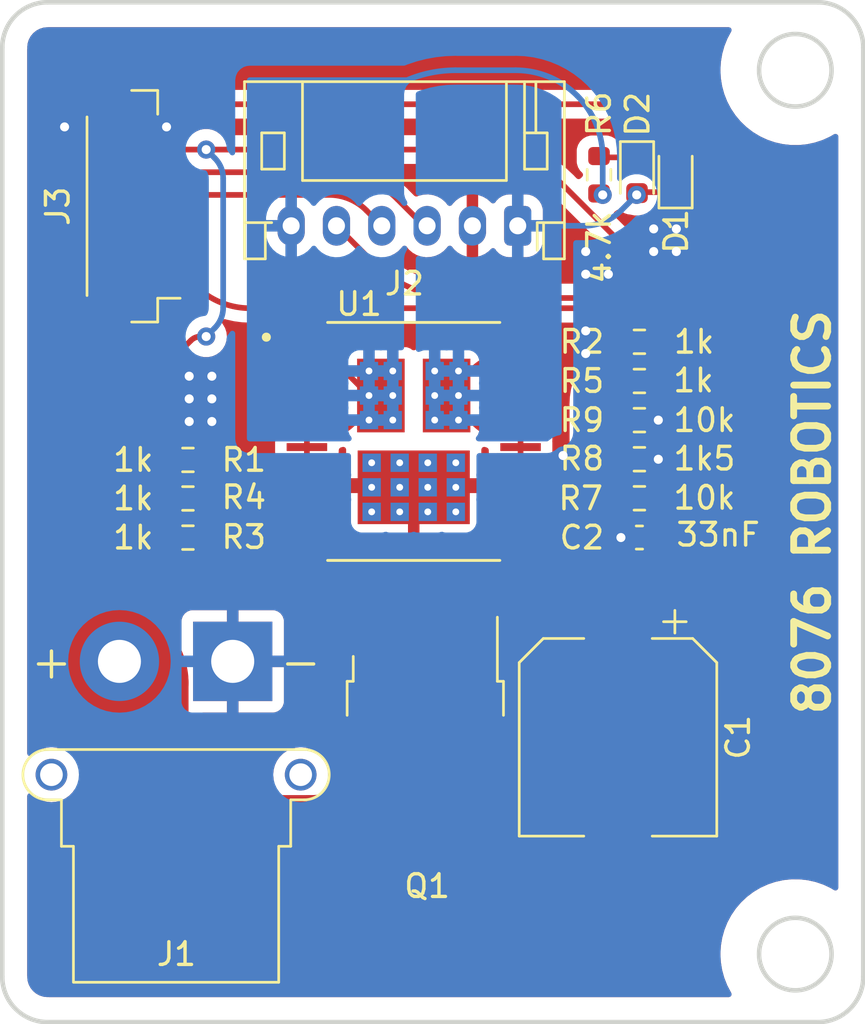
<source format=kicad_pcb>
(kicad_pcb (version 20211014) (generator pcbnew)
  (title_block (title "VNH5050A breakout board pcb drawing") (date "2023-01-29") (rev "1.1") (company "8076 Robotics"))
  (layers (0 "F.Cu" signal) (31 "B.Cu" signal) (34 "B.Paste" user) (35 "F.Paste" user) (36 "B.SilkS" user "B.Silkscreen") (37 "F.SilkS" user "F.Silkscreen") (38 "B.Mask" user) (39 "F.Mask" user) (44 "Edge.Cuts" user))
  (net 0 "")
  (net 1 "Net-(C1-Pad1)")
  (net 2 "GND")
  (net 3 "/CS")
  (net 4 "/OUTB")
  (net 5 "Net-(D1-Pad2)")
  (net 6 "+12V")
  (net 7 "/C2")
  (net 8 "/C1")
  (net 9 "+3V3")
  (net 10 "/OUTA")
  (net 11 "/INA")
  (net 12 "/INB")
  (net 13 "/PWM")
  (net 14 "Net-(R1-Pad2)")
  (net 15 "Net-(R2-Pad2)")
  (net 16 "Net-(R3-Pad2)")
  (net 17 "Net-(R4-Pad1)")
  (net 18 "Net-(R5-Pad1)")
  (net 19 "Net-(R7-Pad2)")
  (net 20 "Net-(R9-Pad1)")
  (footprint "Resistor_SMD:R_0603_1608Metric" (layer "F.Cu") (at 120.3707 106.16435 180)
    (fp_text reference "R8" (at 2.54 0.0254) (layer "F.SilkS"))
    (fp_text value "1k5" (at -2.8702 0.0254) (layer "F.SilkS"))
    (fp_line (start -0.237258 0.5225) (end 0.237258 0.5225) (layer "F.SilkS") (width 0.12))
    (fp_line (start -0.237258 -0.5225) (end 0.237258 -0.5225) (layer "F.SilkS") (width 0.12))
    (pad "1" smd roundrect (at -0.825 0 180) (size 0.8 0.95) (layers "F.Cu" "F.Paste" "F.Mask") (net 2 "GND"))
    (pad "2" smd roundrect (at 0.825 0 180) (size 0.8 0.95) (layers "F.Cu" "F.Paste" "F.Mask") (net 19 "Net-(R7-Pad2)"))
  )
  (footprint "Connector_JST:JST_PH_S6B-PH-K_1x06_P2.00mm_Horizontal" (layer "F.Cu") (at 115 95.86375 180)
    (fp_text reference "J2" (at 5 -2.55) (layer "F.SilkS"))
    (fp_text value "PH2.0 6P" hide)
    (fp_line (start -1.3 4.1) (end -0.3 4.1) (layer "F.SilkS") (width 0.12))
    (fp_line (start -1.14 -1.46) (end -2.06 -1.46) (layer "F.SilkS") (width 0.12))
    (fp_line (start -0.3 4.1) (end -0.3 2.5) (layer "F.SilkS") (width 0.12))
    (fp_line (start -2.06 6.36) (end 12.06 6.36) (layer "F.SilkS") (width 0.12))
    (fp_line (start 11.3 4.1) (end 10.3 4.1) (layer "F.SilkS") (width 0.12))
    (fp_line (start 10.3 4.1) (end 10.3 2.5) (layer "F.SilkS") (width 0.12))
    (fp_line (start -1.3 2.5) (end -1.3 4.1) (layer "F.SilkS") (width 0.12))
    (fp_line (start -0.86 0.14) (end -1.14 0.14) (layer "F.SilkS") (width 0.12))
    (fp_line (start 9.5 2) (end 9.5 6.36) (layer "F.SilkS") (width 0.12))
    (fp_line (start 11.3 2.5) (end 11.3 4.1) (layer "F.SilkS") (width 0.12))
    (fp_line (start -0.3 2.5) (end -1.3 2.5) (layer "F.SilkS") (width 0.12))
    (fp_line (start -2.06 0.14) (end -1.14 0.14) (layer "F.SilkS") (width 0.12))
    (fp_line (start -0.3 4.1) (end -0.3 6.36) (layer "F.SilkS") (width 0.12))
    (fp_line (start -2.06 -1.46) (end -2.06 6.36) (layer "F.SilkS") (width 0.12))
    (fp_line (start -0.8 4.1) (end -0.8 6.36) (layer "F.SilkS") (width 0.12))
    (fp_line (start 12.06 -1.46) (end 11.14 -1.46) (layer "F.SilkS") (width 0.12))
    (fp_line (start 0.5 6.36) (end 0.5 2) (layer "F.SilkS") (width 0.12))
    (fp_line (start 11.14 -1.46) (end 11.14 0.14) (layer "F.SilkS") (width 0.12))
    (fp_line (start 10.3 2.5) (end 11.3 2.5) (layer "F.SilkS") (width 0.12))
    (fp_line (start 12.06 6.36) (end 12.06 -1.46) (layer "F.SilkS") (width 0.12))
    (fp_line (start -0.86 0.14) (end -0.86 -1.075) (layer "F.SilkS") (width 0.12))
    (fp_line (start -1.14 0.14) (end -1.14 -1.46) (layer "F.SilkS") (width 0.12))
    (fp_line (start 12.06 0.14) (end 11.14 0.14) (layer "F.SilkS") (width 0.12))
    (fp_line (start 11.14 0.14) (end 10.86 0.14) (layer "F.SilkS") (width 0.12))
    (fp_line (start 0.5 2) (end 9.5 2) (layer "F.SilkS") (width 0.12))
    (pad "1" thru_hole roundrect locked (at 0 0 180) (size 1.2 1.75) (drill 0.75) (layers *.Cu *.Mask) (roundrect_rratio 0.2083333333) (net 4 "/OUTB"))
    (pad "2" thru_hole oval locked (at 2 0 180) (size 1.2 1.75) (drill 0.75) (layers *.Cu *.Mask) (net 2 "GND"))
    (pad "3" thru_hole oval locked (at 4 0 180) (size 1.2 1.75) (drill 0.75) (layers *.Cu *.Mask) (net 7 "/C2"))
    (pad "4" thru_hole oval locked (at 6 0 180) (size 1.2 1.75) (drill 0.75) (layers *.Cu *.Mask) (net 8 "/C1"))
    (pad "5" thru_hole oval locked (at 8 0 180) (size 1.2 1.75) (drill 0.75) (layers *.Cu *.Mask) (net 9 "+3V3"))
    (pad "6" thru_hole oval locked (at 10 0 180) (size 1.2 1.75) (drill 0.75) (layers *.Cu *.Mask) (net 10 "/OUTA"))
  )
  (footprint "Diode_SMD:D_0603_1608Metric" (layer "F.Cu") (at 120.2639 93.63255 -90)
    (fp_text reference "D2" (at -2.6924 -0.0254 90) (layer "F.SilkS"))
    (fp_text value "GREEN")
    (fp_line (start 0.8 -0.735) (end -1.485 -0.735) (layer "F.SilkS") (width 0.12))
    (fp_line (start -1.485 -0.735) (end -1.485 0.735) (layer "F.SilkS") (width 0.12))
    (fp_line (start -1.485 0.735) (end 0.8 0.735) (layer "F.SilkS") (width 0.12))
    (pad "1" smd roundrect locked (at -0.7875 0 270) (size 0.875 0.95) (layers "F.Cu" "F.Paste" "F.Mask") (net 5 "Net-(D1-Pad2)"))
    (pad "2" smd roundrect locked (at 0.7875 0 270) (size 0.875 0.95) (layers "F.Cu" "F.Paste" "F.Mask") (net 4 "/OUTB"))
  )
  (footprint "Resistor_SMD:R_0603_1608Metric" (layer "F.Cu") (at 100.4457 107.89595 180)
    (fp_text reference "R4" (at -2.4638 0.0508) (layer "F.SilkS"))
    (fp_text value "1k" (at 2.413 0) (layer "F.SilkS"))
    (fp_line (start -0.237258 -0.5225) (end 0.237258 -0.5225) (layer "F.SilkS") (width 0.12))
    (fp_line (start -0.237258 0.5225) (end 0.237258 0.5225) (layer "F.SilkS") (width 0.12))
    (pad "1" smd roundrect locked (at -0.825 0 180) (size 0.8 0.95) (layers "F.Cu" "F.Paste" "F.Mask") (net 17 "Net-(R4-Pad1)"))
    (pad "2" smd roundrect locked (at 0.825 0 180) (size 0.8 0.95) (layers "F.Cu" "F.Paste" "F.Mask") (net 9 "+3V3"))
  )
  (footprint "VNH5050A-E:SOP50P1030X247-39N" (layer "F.Cu") (at 110.41 105.37815)
    (fp_text reference "U1" (at -2.415 -6.062) (layer "F.SilkS"))
    (fp_text value "VNH5050A-E")
    (fp_line (start -3.8 5.25) (end 3.8 5.25) (layer "F.SilkS") (width 0.127))
    (fp_line (start -3.8 -5.25) (end 3.8 -5.25) (layer "F.SilkS") (width 0.127))
    (fp_circle (center -6.505 -4.6) (end -6.405 -4.6) (layer "F.SilkS") (width 0.2) (fill none))
    (pad "1" smd roundrect locked (at -4.715 -4.25) (size 1.79 0.35) (layers "F.Cu" "F.Paste" "F.Mask") (roundrect_rratio 0.04) (net 2 "GND"))
    (pad "2" smd roundrect locked (at -4.715 -3.75) (size 1.79 0.35) (layers "F.Cu" "F.Paste" "F.Mask") (roundrect_rratio 0.04) (net 10 "/OUTA"))
    (pad "3" smd roundrect locked (at -4.715 -3.25) (size 1.79 0.35) (layers "F.Cu" "F.Paste" "F.Mask") (roundrect_rratio 0.04) (net 2 "GND"))
    (pad "4" smd roundrect locked (at -4.715 -2.75) (size 1.79 0.35) (layers "F.Cu" "F.Paste" "F.Mask") (roundrect_rratio 0.04) (net 2 "GND"))
    (pad "5" smd roundrect locked (at -4.715 -2.25) (size 1.79 0.35) (layers "F.Cu" "F.Paste" "F.Mask") (roundrect_rratio 0.04) (net 2 "GND"))
    (pad "6" smd roundrect locked (at -4.715 -1.75) (size 1.79 0.35) (layers "F.Cu" "F.Paste" "F.Mask") (roundrect_rratio 0.04) (net 2 "GND"))
    (pad "7" smd roundrect locked (at -4.715 -1.25) (size 1.79 0.35) (layers "F.Cu" "F.Paste" "F.Mask") (roundrect_rratio 0.04) (net 2 "GND"))
    (pad "8" smd roundrect locked (at -4.715 -0.75) (size 1.79 0.35) (layers "F.Cu" "F.Paste" "F.Mask") (roundrect_rratio 0.04) (net 10 "/OUTA"))
    (pad "9" smd roundrect locked (at -4.715 -0.25) (size 1.79 0.35) (layers "F.Cu" "F.Paste" "F.Mask") (roundrect_rratio 0.04) (net 10 "/OUTA"))
    (pad "10" smd roundrect locked (at -4.715 0.25) (size 1.79 0.35) (layers "F.Cu" "F.Paste" "F.Mask") (roundrect_rratio 0.04) (net 10 "/OUTA"))
    (pad "11" smd roundrect locked (at -4.715 0.75) (size 1.79 0.35) (layers "F.Cu" "F.Paste" "F.Mask") (roundrect_rratio 0.04) (net 10 "/OUTA"))
    (pad "12" smd roundrect locked (at -4.715 1.25) (size 1.79 0.35) (layers "F.Cu" "F.Paste" "F.Mask") (roundrect_rratio 0.04) (net 10 "/OUTA"))
    (pad "13" smd roundrect locked (at -4.715 1.75) (size 1.79 0.35) (layers "F.Cu" "F.Paste" "F.Mask") (roundrect_rratio 0.04) (net 1 "Net-(C1-Pad1)"))
    (pad "14" smd roundrect locked (at -4.715 2.25) (size 1.79 0.35) (layers "F.Cu" "F.Paste" "F.Mask") (roundrect_rratio 0.04) (net 10 "/OUTA"))
    (pad "15" smd roundrect locked (at -4.715 2.75) (size 1.79 0.35) (layers "F.Cu" "F.Paste" "F.Mask") (roundrect_rratio 0.04) (net 14 "Net-(R1-Pad2)"))
    (pad "16" smd roundrect locked (at -4.715 3.25) (size 1.79 0.35) (layers "F.Cu" "F.Paste" "F.Mask") (roundrect_rratio 0.04) (net 17 "Net-(R4-Pad1)"))
    (pad "17" smd roundrect locked (at -4.715 3.75) (size 1.79 0.35) (layers "F.Cu" "F.Paste" "F.Mask") (roundrect_rratio 0.04) (net 16 "Net-(R3-Pad2)"))
    (pad "18" smd roundrect locked (at -4.715 4.25) (size 1.79 0.35) (layers "F.Cu" "F.Paste" "F.Mask") (roundrect_rratio 0.04))
    (pad "19" smd roundrect locked (at 4.715 4.25) (size 1.79 0.35) (layers "F.Cu" "F.Paste" "F.Mask") (roundrect_rratio 0.04) (net 19 "Net-(R7-Pad2)"))
    (pad "20" smd roundrect locked (at 4.715 3.75) (size 1.79 0.35) (layers "F.Cu" "F.Paste" "F.Mask") (roundrect_rratio 0.04) (net 20 "Net-(R9-Pad1)"))
    (pad "21" smd roundrect locked (at 4.715 3.25) (size 1.79 0.35) (layers "F.Cu" "F.Paste" "F.Mask") (roundrect_rratio 0.04) (net 18 "Net-(R5-Pad1)"))
    (pad "22" smd roundrect locked (at 4.715 2.75) (size 1.79 0.35) (layers "F.Cu" "F.Paste" "F.Mask") (roundrect_rratio 0.04) (net 15 "Net-(R2-Pad2)"))
    (pad "23" smd roundrect locked (at 4.715 2.25) (size 1.79 0.35) (layers "F.Cu" "F.Paste" "F.Mask") (roundrect_rratio 0.04) (net 4 "/OUTB"))
    (pad "24" smd roundrect locked (at 4.715 1.75) (size 1.79 0.35) (layers "F.Cu" "F.Paste" "F.Mask") (roundrect_rratio 0.04) (net 1 "Net-(C1-Pad1)"))
    (pad "25" smd roundrect locked (at 4.715 1.25) (size 1.79 0.35) (layers "F.Cu" "F.Paste" "F.Mask") (roundrect_rratio 0.04) (net 4 "/OUTB"))
    (pad "26" smd roundrect locked (at 4.715 0.75) (size 1.79 0.35) (layers "F.Cu" "F.Paste" "F.Mask") (roundrect_rratio 0.04) (net 4 "/OUTB"))
    (pad "27" smd roundrect locked (at 4.715 0.25) (size 1.79 0.35) (layers "F.Cu" "F.Paste" "F.Mask") (roundrect_rratio 0.04) (net 4 "/OUTB"))
    (pad "28" smd roundrect locked (at 4.715 -0.25) (size 1.79 0.35) (layers "F.Cu" "F.Paste" "F.Mask") (roundrect_rratio 0.04) (net 4 "/OUTB"))
    (pad "29" smd roundrect locked (at 4.715 -0.75) (size 1.79 0.35) (layers "F.Cu" "F.Paste" "F.Mask") (roundrect_rratio 0.04) (net 4 "/OUTB"))
    (pad "30" smd roundrect locked (at 4.715 -1.25) (size 1.79 0.35) (layers "F.Cu" "F.Paste" "F.Mask") (roundrect_rratio 0.04) (net 2 "GND"))
    (pad "31" smd roundrect locked (at 4.715 -1.75) (size 1.79 0.35) (layers "F.Cu" "F.Paste" "F.Mask") (roundrect_rratio 0.04) (net 2 "GND"))
    (pad "32" smd roundrect locked (at 4.715 -2.25) (size 1.79 0.35) (layers "F.Cu" "F.Paste" "F.Mask") (roundrect_rratio 0.04) (net 2 "GND"))
    (pad "33" smd roundrect locked (at 4.715 -2.75) (size 1.79 0.35) (layers "F.Cu" "F.Paste" "F.Mask") (roundrect_rratio 0.04) (net 2 "GND"))
    (pad "34" smd roundrect locked (at 4.715 -3.25) (size 1.79 0.35) (layers "F.Cu" "F.Paste" "F.Mask") (roundrect_rratio 0.04) (net 2 "GND"))
    (pad "35" smd roundrect locked (at 4.715 -3.75) (size 1.79 0.35) (layers "F.Cu" "F.Paste" "F.Mask") (roundrect_rratio 0.04) (net 4 "/OUTB"))
    (pad "36" smd roundrect locked (at 4.715 -4.25) (size 1.79 0.35) (layers "F.Cu" "F.Paste" "F.Mask") (roundrect_rratio 0.04) (net 2 "GND"))
    (pad "37" smd rect locked (at 1.45 -2.025 180) (size 2.1 3.25) (layers "F.Cu" "F.Mask") (net 4 "/OUTB"))
    (pad "37_1" thru_hole rect locked (at 1.975 -0.942) (size 0.808 0.808) (drill 0.3) (layers *.Cu *.Mask) (net 4 "/OUTB"))
    (pad "37_2" thru_hole rect locked (at 0.925 -0.942) (size 0.808 0.808) (drill 0.3) (layers *.Cu *.Mask) (net 4 "/OUTB"))
    (pad "37_3" thru_hole rect locked (at 1.975 -2.025) (size 0.808 0.808) (drill 0.3) (layers *.Cu *.Mask) (net 4 "/OUTB"))
    (pad "37_4" thru_hole rect locked (at 0.925 -2.025) (size 0.808 0.808) (drill 0.3) (layers *.Cu *.Mask) (net 4 "/OUTB"))
    (pad "37_5" thru_hole rect locked (at 1.975 -3.108) (size 0.808 0.808) (drill 0.3) (layers *.Cu *.Mask) (net 4 "/OUTB"))
    (pad "37_6" thru_hole rect locked (at 0.925 -3.108) (size 0.808 0.808) (drill 0.3) (layers *.Cu *.Mask) (net 4 "/OUTB"))
    (pad "38" smd rect locked (at -1.45 -2.025 180) (size 2.1 3.25) (layers "F.Cu" "F.Mask") (net 10 "/OUTA"))
    (pad "38_1" thru_hole rect locked (at -0.925 -0.942) (size 0.808 0.808) (drill 0.3) (layers *.Cu *.Mask) (net 10 "/OUTA"))
    (pad "38_2" thru_hole rect locked (at -1.975 -0.942) (size 0.808 0.808) (drill 0.3) (layers *.Cu *.Mask) (net 10 "/OUTA"))
    (pad "38_3" thru_hole rect locked (at -0.925 -2.025) (size 0.808 0.808) (drill 0.3) (layers *.Cu *.Mask) (net 10 "/OUTA"))
    (pad "38_4" thru_hole rect locked (at -1.975 -2.025) (size 0.808 0.808) (drill 0.3) (layers *.Cu *.Mask) (net 10 "/OUTA"))
    (pad "38_5" thru_hole rect locked (at -0.925 -3.108) (size 0.808 0.808) (drill 0.3) (layers *.Cu *.Mask) (net 10 "/OUTA"))
    (pad "38_6" thru_hole rect locked (at -1.975 -3.108) (size 0.808 0.808) (drill 0.3) (layers *.Cu *.Mask) (net 10 "/OUTA"))
    (pad "39" smd rect locked (at 0 2.025 180) (size 4.95 3.25) (layers "F.Cu" "F.Mask") (net 1 "Net-(C1-Pad1)"))
    (pad "39_1" thru_hole rect locked (at 1.85625 3.108) (size 0.808 0.808) (drill 0.3) (layers *.Cu *.Mask) (net 1 "Net-(C1-Pad1)"))
    (pad "39_2" thru_hole rect locked (at 0.61875 3.108) (size 0.808 0.808) (drill 0.3) (layers *.Cu *.Mask) (net 1 "Net-(C1-Pad1)"))
    (pad "39_3" thru_hole rect locked (at -0.61875 3.108) (size 0.808 0.808) (drill 0.3) (layers *.Cu *.Mask) (net 1 "Net-(C1-Pad1)"))
    (pad "39_4" thru_hole rect locked (at -1.85625 3.108) (size 0.808 0.808) (drill 0.3) (layers *.Cu *.Mask) (net 1 "Net-(C1-Pad1)"))
    (pad "39_5" thru_hole rect locked (at 1.85625 2.025) (size 0.808 0.808) (drill 0.3) (layers *.Cu *.Mask) (net 1 "Net-(C1-Pad1)"))
    (pad "39_6" thru_hole rect locked (at 0.61875 2.025) (size 0.808 0.808) (drill 0.3) (layers *.Cu *.Mask) (net 1 "Net-(C1-Pad1)"))
    (pad "39_7" thru_hole rect locked (at -0.61875 2.025) (size 0.808 0.808) (drill 0.3) (layers *.Cu *.Mask) (net 1 "Net-(C1-Pad1)"))
    (pad "39_8" thru_hole rect locked (at -1.85625 2.025) (size 0.808 0.808) (drill 0.3) (layers *.Cu *.Mask) (net 1 "Net-(C1-Pad1)"))
    (pad "39_9" thru_hole rect locked (at 1.85625 0.942) (size 0.808 0.808) (drill 0.3) (layers *.Cu *.Mask) (net 1 "Net-(C1-Pad1)"))
    (pad "39_10" thru_hole rect locked (at 0.61875 0.942) (size 0.808 0.808) (drill 0.3) (layers *.Cu *.Mask) (net 1 "Net-(C1-Pad1)"))
    (pad "39_11" thru_hole rect locked (at -0.61875 0.942) (size 0.808 0.808) (drill 0.3) (layers *.Cu *.Mask) (net 1 "Net-(C1-Pad1)"))
    (pad "39_12" thru_hole rect locked (at -1.85625 0.942) (size 0.808 0.808) (drill 0.3) (layers *.Cu *.Mask) (net 1 "Net-(C1-Pad1)"))
  )
  (footprint "Resistor_SMD:R_0603_1608Metric" (layer "F.Cu") (at 100.4457 106.19415)
    (fp_text reference "R1" (at 2.4638 0) (layer "F.SilkS"))
    (fp_text value "1k" (at -2.413 0) (layer "F.SilkS"))
    (fp_line (start -0.237258 0.5225) (end 0.237258 0.5225) (layer "F.SilkS") (width 0.12))
    (fp_line (start -0.237258 -0.5225) (end 0.237258 -0.5225) (layer "F.SilkS") (width 0.12))
    (pad "1" smd roundrect locked (at -0.825 0) (size 0.8 0.95) (layers "F.Cu" "F.Paste" "F.Mask") (net 11 "/INA"))
    (pad "2" smd roundrect locked (at 0.825 0) (size 0.8 0.95) (layers "F.Cu" "F.Paste" "F.Mask") (net 14 "Net-(R1-Pad2)"))
  )
  (footprint "Connector_AMASS:AMASS_XT30PW-F_1x02_P2.50mm_Horizontal" (layer "F.Cu") (at 102.4207 115.08375 180)
    (fp_text reference "J1" (at 2.485 -12.91625) (layer "F.SilkS"))
    (fp_text value "XT30PW-F")
    (fp_text user "+" (at 8 0) (layer "F.SilkS") (effects (font (size 1.5 1.5))))
    (fp_text user "-" (at -3 0) (layer "F.SilkS") (effects (font (size 1.5 1.5))))
    (fp_line (start -2.03 -14.16) (end 7 -14.16) (layer "F.SilkS") (width 0.12))
    (fp_line (start -2.56 -8.16) (end -2.56 -6.11) (layer "F.SilkS") (width 0.12))
    (fp_line (start 7.56 -6.11) (end 8.26 -6.11) (layer "F.SilkS") (width 0.12))
    (fp_line (start -2.56 -8.16) (end -2.03 -8.16) (layer "F.SilkS") (width 0.12))
    (fp_line (start 7.03 -8.16) (end 7.56 -8.16) (layer "F.SilkS") (width 0.12))
    (fp_line (start -3.26 -3.89) (end 8.26 -3.89) (layer "F.SilkS") (width 0.12))
    (fp_line (start 7.56 -8.16) (end 7.56 -6.11) (layer "F.SilkS") (width 0.12))
    (fp_line (start 7.03 -14.16) (end 7.03 -8.16) (layer "F.SilkS") (width 0.12))
    (fp_line (start -3.26 -6.11) (end -2.56 -6.11) (layer "F.SilkS") (width 0.12))
    (fp_line (start -2.03 -14.16) (end -2.03 -8.16) (layer "F.SilkS") (width 0.12))
    (fp_arc (start -3.321729 -3.903365) (mid -4.256653 -5.086124) (end -3.15 -6.11) (layer "F.SilkS") (width 0.12))
    (fp_arc (start 8.15 -6.11) (mid 9.26 -5) (end 8.15 -3.89) (layer "F.SilkS") (width 0.12))
    (pad "" thru_hole circle (at 8 -5 180) (size 1.4 1.4) (drill 1) (layers *.Cu *.Mask))
    (pad "" thru_hole circle (at -3 -5 270) (size 1.4 1.4) (drill 1) (layers *.Cu *.Mask))
    (pad "1" thru_hole rect (at 0 0 180) (size 3.5 3.5) (drill 1.9) (layers *.Cu *.Mask) (net 2 "GND"))
    (pad "2" thru_hole circle (at 5 0 180) (size 3.5 3.5) (drill 1.9) (layers *.Cu *.Mask) (net 6 "+12V"))
  )
  (footprint "Resistor_SMD:R_0603_1608Metric" (layer "F.Cu") (at 100.4457 109.62315)
    (fp_text reference "R3" (at 2.4638 -0.0254) (layer "F.SilkS"))
    (fp_text value "1k" (at -2.413 0) (layer "F.SilkS"))
    (fp_line (start -0.237258 -0.5225) (end 0.237258 -0.5225) (layer "F.SilkS") (width 0.12))
    (fp_line (start -0.237258 0.5225) (end 0.237258 0.5225) (layer "F.SilkS") (width 0.12))
    (pad "1" smd roundrect locked (at -0.825 0) (size 0.8 0.95) (layers "F.Cu" "F.Paste" "F.Mask") (net 13 "/PWM"))
    (pad "2" smd roundrect locked (at 0.825 0) (size 0.8 0.95) (layers "F.Cu" "F.Paste" "F.Mask") (net 16 "Net-(R3-Pad2)"))
  )
  (footprint "Diode_SMD:D_0603_1608Metric" (layer "F.Cu") (at 121.9657 93.59255 90)
    (fp_text reference "D1" (at -2.5146 0.0254 90) (layer "F.SilkS"))
    (fp_text value "RED")
    (fp_line (start -1.485 -0.735) (end -1.485 0.735) (layer "F.SilkS") (width 0.12))
    (fp_line (start 0.8 -0.735) (end -1.485 -0.735) (layer "F.SilkS") (width 0.12))
    (fp_line (start -1.485 0.735) (end 0.8 0.735) (layer "F.SilkS") (width 0.12))
    (pad "1" smd roundrect locked (at -0.7875 0 90) (size 0.875 0.95) (layers "F.Cu" "F.Paste" "F.Mask") (net 4 "/OUTB"))
    (pad "2" smd roundrect locked (at 0.7875 0 90) (size 0.875 0.95) (layers "F.Cu" "F.Paste" "F.Mask") (net 5 "Net-(D1-Pad2)"))
  )
  (footprint "Resistor_SMD:R_0603_1608Metric" (layer "F.Cu") (at 120.3707 100.98275 180)
    (fp_text reference "R2" (at 2.54 0) (layer "F.SilkS"))
    (fp_text value "1k" (at -2.413 0) (layer "F.SilkS"))
    (fp_line (start -0.237258 0.5225) (end 0.237258 0.5225) (layer "F.SilkS") (width 0.12))
    (fp_line (start -0.237258 -0.5225) (end 0.237258 -0.5225) (layer "F.SilkS") (width 0.12))
    (pad "1" smd roundrect (at -0.825 0 180) (size 0.8 0.95) (layers "F.Cu" "F.Paste" "F.Mask") (net 12 "/INB"))
    (pad "2" smd roundrect (at 0.825 0 180) (size 0.8 0.95) (layers "F.Cu" "F.Paste" "F.Mask") (net 15 "Net-(R2-Pad2)"))
  )
  (footprint "Resistor_SMD:R_0603_1608Metric" (layer "F.Cu") (at 120.3707 104.43955)
    (fp_text reference "R9" (at -2.54 0) (layer "F.SilkS"))
    (fp_text value "10k" (at 2.8702 0) (layer "F.SilkS"))
    (fp_line (start -0.237258 -0.5225) (end 0.237258 -0.5225) (layer "F.SilkS") (width 0.12))
    (fp_line (start -0.237258 0.5225) (end 0.237258 0.5225) (layer "F.SilkS") (width 0.12))
    (pad "1" smd roundrect (at -0.825 0) (size 0.8 0.95) (layers "F.Cu" "F.Paste" "F.Mask") (net 20 "Net-(R9-Pad1)"))
    (pad "2" smd roundrect (at 0.825 0) (size 0.8 0.95) (layers "F.Cu" "F.Paste" "F.Mask") (net 2 "GND"))
  )
  (footprint "Resistor_SMD:R_0603_1608Metric" (layer "F.Cu") (at 120.3707 102.71235)
    (fp_text reference "R5" (at -2.54 0) (layer "F.SilkS"))
    (fp_text value "1k" (at 2.3876 -0.0254) (layer "F.SilkS"))
    (fp_line (start -0.237258 -0.5225) (end 0.237258 -0.5225) (layer "F.SilkS") (width 0.12))
    (fp_line (start -0.237258 0.5225) (end 0.237258 0.5225) (layer "F.SilkS") (width 0.12))
    (pad "1" smd roundrect (at -0.825 0) (size 0.8 0.95) (layers "F.Cu" "F.Paste" "F.Mask") (net 18 "Net-(R5-Pad1)"))
    (pad "2" smd roundrect (at 0.825 0) (size 0.8 0.95) (layers "F.Cu" "F.Paste" "F.Mask") (net 9 "+3V3"))
  )
  (footprint "Resistor_SMD:R_0603_1608Metric" (layer "F.Cu") (at 118.5875 93.61255 -90)
    (fp_text reference "R6" (at -2.6924 0 90) (layer "F.SilkS"))
    (fp_text value "4.7k" (at 3.2004 0 90) (layer "F.SilkS"))
    (fp_line (start -0.237258 0.5225) (end 0.237258 0.5225) (layer "F.SilkS") (width 0.12))
    (fp_line (start -0.237258 -0.5225) (end 0.237258 -0.5225) (layer "F.SilkS") (width 0.12))
    (pad "1" smd roundrect (at -0.825 0 270) (size 0.8 0.95) (layers "F.Cu" "F.Paste" "F.Mask") (net 5 "Net-(D1-Pad2)"))
    (pad "2" smd roundrect (at 0.825 0 270) (size 0.8 0.95) (layers "F.Cu" "F.Paste" "F.Mask") (net 10 "/OUTA"))
  )
  (footprint "Capacitor_SMD:C_0603_1608Metric" (layer "F.Cu") (at 120.3707 109.61875 180)
    (fp_text reference "C2" (at 2.54 -0.0044) (layer "F.SilkS"))
    (fp_text value "33nF" (at -3.474191 0.1246) (layer "F.SilkS"))
    (fp_line (start -0.14058 -0.51) (end 0.14058 -0.51) (layer "F.SilkS") (width 0.12))
    (fp_line (start -0.14058 0.51) (end 0.14058 0.51) (layer "F.SilkS") (width 0.12))
    (pad "1" smd roundrect locked (at -0.775 0 180) (size 0.9 0.95) (layers "F.Cu" "F.Paste" "F.Mask") (net 3 "/CS"))
    (pad "2" smd roundrect locked (at 0.775 0 180) (size 0.9 0.95) (layers "F.Cu" "F.Paste" "F.Mask") (net 2 "GND"))
  )
  (footprint "Connector_JST:JST_SH_BM08B-SRSS-TB_1x08-1MP_P1.00mm_Vertical" (layer "F.Cu") (at 98 95 90)
    (fp_text reference "J3" (at 0 -3.3 90) (layer "F.SilkS"))
    (fp_text value "SH1.0 8P")
    (fp_line (start -5.11 1.11) (end -4.06 1.11) (layer "F.SilkS") (width 0.12))
    (fp_line (start -3.94 -2.01) (end 3.94 -2.01) (layer "F.SilkS") (width 0.12))
    (fp_line (start -5.11 -0.04) (end -5.11 1.11) (layer "F.SilkS") (width 0.12))
    (fp_line (start 5.11 1.11) (end 4.06 1.11) (layer "F.SilkS") (width 0.12))
    (fp_line (start 5.11 -0.04) (end 5.11 1.11) (layer "F.SilkS") (width 0.12))
    (fp_line (start -4.06 1.11) (end -4.06 2.1) (layer "F.SilkS") (width 0.12))
    (pad "1" smd roundrect (at -3.5 1.325 90) (size 0.6 1.55) (layers "F.Cu" "F.Paste" "F.Mask") (net 11 "/INA"))
    (pad "2" smd roundrect (at -2.5 1.325 90) (size 0.6 1.55) (layers "F.Cu" "F.Paste" "F.Mask") (net 12 "/INB"))
    (pad "3" smd roundrect (at -1.5 1.325 90) (size 0.6 1.55) (layers "F.Cu" "F.Paste" "F.Mask") (net 13 "/PWM"))
    (pad "4" smd roundrect (at -0.5 1.325 90) (size 0.6 1.55) (layers "F.Cu" "F.Paste" "F.Mask") (net 3 "/CS"))
    (pad "5" smd roundrect (at 0.5 1.325 90) (size 0.6 1.55) (layers "F.Cu" "F.Paste" "F.Mask") (net 8 "/C1"))
    (pad "6" smd roundrect (at 1.5 1.325 90) (size 0.6 1.55) (layers "F.Cu" "F.Paste" "F.Mask") (net 7 "/C2"))
    (pad "7" smd roundrect (at 2.5 1.325 90) (size 0.6 1.55) (layers "F.Cu" "F.Paste" "F.Mask") (net 9 "+3V3"))
    (pad "8" smd roundrect (at 3.5 1.325 90) (size 0.6 1.55) (layers "F.Cu" "F.Paste" "F.Mask") (net 2 "GND"))
    (pad "MP" smd roundrect (at 4.8 -1.2 90) (size 1.2 1.8) (layers "F.Cu" "F.Paste" "F.Mask") (roundrect_rratio 0.2083333333))
    (pad "MP" smd roundrect (at -4.8 -1.2 90) (size 1.2 1.8) (layers "F.Cu" "F.Paste" "F.Mask") (roundrect_rratio 0.2083333333))
  )
  (footprint "Capacitor_SMD:CP_Elec_8x10.5" (layer "F.Cu") (at 119.425 118.43375 -90)
    (fp_text reference "C1" (at 0 -5.3 90) (layer "F.SilkS"))
    (fp_text value "470µF / 16V")
    (fp_line (start -3.295563 4.36) (end 4.36 4.36) (layer "F.SilkS") (width 0.12))
    (fp_line (start -4.36 3.295563) (end -4.36 1.51) (layer "F.SilkS") (width 0.12))
    (fp_line (start -5.6 -2.51) (end -4.6 -2.51) (layer "F.SilkS") (width 0.12))
    (fp_line (start -4.36 3.295563) (end -3.295563 4.36) (layer "F.SilkS") (width 0.12))
    (fp_line (start 4.36 -4.36) (end 4.36 -1.51) (layer "F.SilkS") (width 0.12))
    (fp_line (start -5.1 -3.01) (end -5.1 -2.01) (layer "F.SilkS") (width 0.12))
    (fp_line (start 4.36 4.36) (end 4.36 1.51) (layer "F.SilkS") (width 0.12))
    (fp_line (start -4.36 -3.295563) (end -3.295563 -4.36) (layer "F.SilkS") (width 0.12))
    (fp_line (start -3.295563 -4.36) (end 4.36 -4.36) (layer "F.SilkS") (width 0.12))
    (fp_line (start -4.36 -3.295563) (end -4.36 -1.51) (layer "F.SilkS") (width 0.12))
    (pad "1" smd roundrect locked (at -3.7 0 270) (size 4.4 2.5) (layers "F.Cu" "F.Paste" "F.Mask") (roundrect_rratio 0.1) (net 1 "Net-(C1-Pad1)"))
    (pad "2" smd roundrect locked (at 3.7 0 270) (size 4.4 2.5) (layers "F.Cu" "F.Paste" "F.Mask") (roundrect_rratio 0.1) (net 2 "GND"))
  )
  (footprint "Resistor_SMD:R_0603_1608Metric" (layer "F.Cu") (at 120.3707 107.88635 180)
    (fp_text reference "R7" (at 2.5908 -0.0052) (layer "F.SilkS"))
    (fp_text value "10k" (at -2.8702 0.0202) (layer "F.SilkS"))
    (fp_line (start -0.237258 -0.5225) (end 0.237258 -0.5225) (layer "F.SilkS") (width 0.12))
    (fp_line (start -0.237258 0.5225) (end 0.237258 0.5225) (layer "F.SilkS") (width 0.12))
    (pad "1" smd roundrect (at -0.825 0 180) (size 0.8 0.95) (layers "F.Cu" "F.Paste" "F.Mask") (net 3 "/CS"))
    (pad "2" smd roundrect (at 0.825 0 180) (size 0.8 0.95) (layers "F.Cu" "F.Paste" "F.Mask") (net 19 "Net-(R7-Pad2)"))
  )
  (footprint "Package_TO_SOT_SMD:TO-252-2" (layer "F.Cu") (at 110.9207 118.43375 -90)
    (fp_text reference "Q1" (at 6.56625 -0.0793) (layer "F.SilkS"))
    (fp_text value "IRFR5410PbF")
    (fp_line (start -2.47 -3.18) (end -5.3 -3.18) (layer "F.SilkS") (width 0.12))
    (fp_line (start -0.97 3.45) (end -2.47 3.45) (layer "F.SilkS") (width 0.12))
    (fp_line (start -2.47 -3.45) (end -2.47 -3.18) (layer "F.SilkS") (width 0.12))
    (fp_line (start -2.47 3.18) (end -3.57 3.18) (layer "F.SilkS") (width 0.12))
    (fp_line (start -0.97 -3.45) (end -2.47 -3.45) (layer "F.SilkS") (width 0.12))
    (fp_line (start -2.47 3.45) (end -2.47 3.18) (layer "F.SilkS") (width 0.12))
    (pad "1" smd rect locked (at -4.2 -2.28 270) (size 2.2 1.2) (layers "F.Cu" "F.Paste" "F.Mask") (net 2 "GND"))
    (pad "2" smd rect locked (at 2.1 0 270) (size 6.4 5.8) (layers "F.Cu" "F.Mask") (net 6 "+12V"))
    (pad "3" smd rect locked (at -4.2 2.28 270) (size 2.2 1.2) (layers "F.Cu" "F.Paste" "F.Mask") (net 1 "Net-(C1-Pad1)"))
  )
  (gr_circle (center 127.25 89) (end 128.85 89) (layer "Edge.Cuts") (width 0.2) (fill none))
  (gr_arc locked (start 94.25 131) (mid 92.835786 130.414214) (end 92.25 129) (layer "Edge.Cuts") (width 0.2))
  (gr_circle (center 127.25 128) (end 128.85 128) (layer "Edge.Cuts") (width 0.2) (fill none))
  (gr_arc locked (start 128.25 86) (mid 129.664214 86.585786) (end 130.25 88) (layer "Edge.Cuts") (width 0.2))
  (gr_line locked (start 130.25 129) (end 130.25 88) (layer "Edge.Cuts") (width 0.2))
  (gr_line locked (start 128.25 86) (end 94.25 86) (layer "Edge.Cuts") (width 0.2))
  (gr_line locked (start 92.25 88) (end 92.25 129) (layer "Edge.Cuts") (width 0.2))
  (gr_arc locked (start 130.25 129) (mid 129.664214 130.414214) (end 128.25 131) (layer "Edge.Cuts") (width 0.2))
  (gr_arc locked (start 92.25 88) (mid 92.835786 86.585786) (end 94.25 86) (layer "Edge.Cuts") (width 0.2))
  (gr_line locked (start 94.25 131) (end 128.25 131) (layer "Edge.Cuts") (width 0.2))
  (gr_text "8076 ROBOTICS" (at 128 108.5 90) (layer "F.SilkS") (effects (font (size 1.5 1.5) (thickness 0.3))))
  (segment (start 108.564164 107.12815) (end 108.289164 107.40315) (width 0.25) (layer "F.Cu") (net 1))
  (segment (start 110.685 107.12815) (end 115.125 107.12815) (width 0.25) (layer "F.Cu") (net 1))
  (segment (start 109.251664 107.12815) (end 109.526664 107.40315) (width 0.25) (layer "F.Cu") (net 1))
  (segment (start 110.135 107.12815) (end 110.2725 107.26565) (width 0.25) (layer "F.Cu") (net 1))
  (segment (start 110.685 107.12815) (end 110.5475 107.26565) (width 0.25) (layer "F.Cu") (net 1))
  (segment (start 109.045414 107.26565) (end 109.182914 107.12815) (width 0.25) (layer "F.Cu") (net 1))
  (segment (start 108.770414 107.26565) (end 108.632914 107.12815) (width 0.25) (layer "F.Cu") (net 1))
  (segment (start 110.135 107.12815) (end 105.695 107.12815) (width 0.25) (layer "F.Cu") (net 1))
  (arc (start 108.770414 107.26565) (mid 108.907914 107.322604) (end 109.045414 107.26565) (width 0.25) (layer "F.Cu") (net 1))
  (arc (start 110.2725 107.26565) (mid 110.41 107.322604) (end 110.5475 107.26565) (width 0.25) (layer "F.Cu") (net 1))
  (segment (start 115.125 102.638859) (end 115.125 104.12815) (width 0.25) (layer "F.Cu") (net 2))
  (segment (start 116.345 101.358438) (end 116.345 101.789149) (width 0.25) (layer "F.Cu") (net 2))
  (segment (start 105.695 102.638859) (end 105.695 104.12815) (width 0.25) (layer "F.Cu") (net 2))
  (segment (start 115.635709 102.12815) (end 116.005999 102.12815) (width 0.25) (layer "F.Cu") (net 2))
  (segment (start 105.184291 102.12815) (end 104.814 102.12815) (width 0.25) (layer "F.Cu") (net 2))
  (segment (start 104.814 101.12815) (end 105.695 101.12815) (width 0.25) (layer "F.Cu") (net 2))
  (segment (start 116.114711 101.12815) (end 115.125 101.12815) (width 0.25) (layer "F.Cu") (net 2))
  (segment (start 104.475 101.789149) (end 104.475 101.46715) (width 0.25) (layer "F.Cu") (net 2))
  (via (at 101.5 102.5) (size 0.8) (drill 0.4) (layers "F.Cu" "B.Cu") (net 2))
  (via (at 118 100.5) (size 0.8) (drill 0.4) (layers "F.Cu" "B.Cu") (net 2))
  (via (at 100.5 103.5) (size 0.8) (drill 0.4) (layers "F.Cu" "B.Cu") (net 2))
  (via (at 121 96) (size 0.8) (drill 0.4) (layers "F.Cu" "B.Cu") (net 2))
  (via (at 118 101.5) (size 0.8) (drill 0.4) (layers "F.Cu" "B.Cu") (net 2))
  (via (at 100.5 104.5) (size 0.8) (drill 0.4) (layers "F.Cu" "B.Cu") (net 2))
  (via (at 119 98) (size 0.8) (drill 0.4) (layers "F.Cu" "B.Cu") (net 2))
  (via (at 118 98) (size 0.8) (drill 0.4) (layers "F.Cu" "B.Cu") (net 2))
  (via (at 121.204491 104.43835) (size 0.8) (drill 0.4) (layers "F.Cu" "B.Cu") (net 2))
  (via (at 95 91.5) (size 0.8) (drill 0.4) (layers "F.Cu" "B.Cu") (net 2))
  (via (at 121.204491 106.16555) (size 0.8) (drill 0.4) (layers "F.Cu" "B.Cu") (net 2))
  (via (at 101.5 104.5) (size 0.8) (drill 0.4) (layers "F.Cu" "B.Cu") (net 2))
  (via (at 101.5 103.5) (size 0.8) (drill 0.4) (layers "F.Cu" "B.Cu") (net 2))
  (via (at 100.5 102.5) (size 0.8) (drill 0.4) (layers "F.Cu" "B.Cu") (net 2))
  (via (at 122 97) (size 0.8) (drill 0.4) (layers "F.Cu" "B.Cu") (net 2))
  (via (at 99.5 91.5) (size 0.8) (drill 0.4) (layers "F.Cu" "B.Cu") (net 2))
  (via (at 121 97) (size 0.8) (drill 0.4) (layers "F.Cu" "B.Cu") (net 2))
  (via (at 118 97) (size 0.8) (drill 0.4) (layers "F.Cu" "B.Cu") (net 2))
  (via (at 119.553491 109.61995) (size 0.8) (drill 0.4) (layers "F.Cu" "B.Cu") (net 2))
  (via (at 117 106) (size 0.8) (drill 0.4) (layers "F.Cu" "B.Cu") (net 2))
  (via (at 122 96) (size 0.8) (drill 0.4) (layers "F.Cu" "B.Cu") (net 2))
  (arc (start 104.574291 102.028859) (mid 104.68427 102.102345) (end 104.814 102.12815) (width 0.25) (layer "F.Cu") (net 2))
  (arc (start 116.005999 102.12815) (mid 116.135729 102.102345) (end 116.245709 102.028859) (width 0.25) (layer "F.Cu") (net 2))
  (arc (start 104.574291 102.028859) (mid 104.500804 101.918879) (end 104.475 101.789149) (width 0.25) (layer "F.Cu") (net 2))
  (arc (start 116.345 101.789149) (mid 116.319195 101.918879) (end 116.245709 102.028859) (width 0.25) (layer "F.Cu") (net 2))
  (arc (start 104.574291 101.227441) (mid 104.68427 101.153954) (end 104.814 101.12815) (width 0.25) (layer "F.Cu") (net 2))
  (arc (start 115.635709 102.12815) (mid 115.274583 102.277733) (end 115.125 102.638859) (width 0.25) (layer "F.Cu") (net 2))
  (arc (start 116.27755 101.1956) (mid 116.202838 101.145679) (end 116.114711 101.12815) (width 0.25) (layer "F.Cu") (net 2))
  (arc (start 105.695 102.638859) (mid 105.545416 102.277733) (end 105.184291 102.12815) (width 0.25) (layer "F.Cu") (net 2))
  (arc (start 104.574291 101.227441) (mid 104.500804 101.33742) (end 104.475 101.46715) (width 0.25) (layer "F.Cu") (net 2))
  (arc (start 116.345 101.358438) (mid 116.32747 101.27031) (end 116.27755 101.1956) (width 0.25) (layer "F.Cu") (net 2))
  (segment (start 95 91.5) (end 99.5 91.5) (width 0.25) (layer "B.Cu") (net 2))
  (segment (start 120.939339 90.5) (end 99.340165 90.5) (width 0.25) (layer "F.Cu") (net 3))
  (segment (start 121.1957 107.88635) (end 122.34785 106.7342) (width 0.25) (layer "F.Cu") (net 3))
  (segment (start 98.225 94.384834) (end 98.225 91.615165) (width 0.25) (layer "F.Cu") (net 3))
  (segment (start 121.1707 109.59375) (end 121.1457 109.61875) (width 0.25) (layer "F.Cu") (net 3))
  (segment (start 98.551624 95.173375) (end 98.720298 95.342049) (width 0.25) (layer "F.Cu") (net 3))
  (segment (start 99.101624 95.5) (end 99.325 95.5) (width 0.25) (layer "F.Cu") (net 3))
  (segment (start 123.5 93.06066) (end 123.5 103.952663) (width 0.25) (layer "F.Cu") (net 3))
  (segment (start 121.1957 107.88635) (end 121.1957 109.533394) (width 0.25) (layer "F.Cu") (net 3))
  (arc (start 98.551624 90.826624) (mid 98.913409 90.584886) (end 99.340165 90.5) (width 0.25) (layer "F.Cu") (net 3))
  (arc (start 98.225 94.384834) (mid 98.309886 94.811589) (end 98.551624 95.173375) (width 0.25) (layer "F.Cu") (net 3))
  (arc (start 98.720298 95.342049) (mid 98.895252 95.458949) (end 99.101624 95.5) (width 0.25) (layer "F.Cu") (net 3))
  (arc (start 121.1707 109.59375) (mid 121.189202 109.566058) (end 121.1957 109.533394) (width 0.25) (layer "F.Cu") (net 3))
  (arc (start 120.939339 90.5) (mid 121.919261 90.694918) (end 122.75 91.25) (width 0.25) (layer "F.Cu") (net 3))
  (arc (start 122.34785 106.7342) (mid 123.200565 105.45802) (end 123.5 103.952663) (width 0.25) (layer "F.Cu") (net 3))
  (arc (start 123.5 93.06066) (mid 123.305081 92.080737) (end 122.75 91.25) (width 0.25) (layer "F.Cu") (net 3))
  (arc (start 98.551624 90.826624) (mid 98.309886 91.188409) (end 98.225 91.615165) (width 0.25) (layer "F.Cu") (net 3))
  (segment (start 113.040527 102.172622) (end 111.86 103.35315) (width 0.25) (layer "F.Cu") (net 4))
  (segment (start 115.125 106.18765) (end 115.125 104.62815) (width 0.25) (layer "F.Cu") (net 4))
  (segment (start 114.38 105.12815) (end 115.125 105.12815) (width 0.25) (layer "F.Cu") (net 4))
  (segment (start 120.2839 94.40005) (end 120.2639 94.42005) (width 0.25) (layer "F.Cu") (net 4))
  (segment (start 116.053798 107.62815) (end 115.125 107.62815) (width 0.25) (layer "F.Cu") (net 4))
  (segment (start 111.86 103.35315) (end 113.108205 104.601355) (width 0.25) (layer "F.Cu") (net 4))
  (segment (start 120.332184 94.38005) (end 121.9657 94.38005) (width 0.25) (layer "F.Cu") (net 4))
  (segment (start 116.005999 106.62815) (end 115.565499 106.62815) (width 0.25) (layer "F.Cu") (net 4))
  (segment (start 114.355 101.62815) (end 115.125 101.62815) (width 0.25) (layer "F.Cu") (net 4))
  (segment (start 116.345 106.96715) (end 116.345 107.336948) (width 0.25) (layer "F.Cu") (net 4))
  (via (at 120.25 94.5) (size 0.8) (drill 0.4) (layers "F.Cu" "B.Cu") (net 4))
  (arc (start 113.108205 104.601355) (mid 113.691709 104.99124) (end 114.38 105.12815) (width 0.25) (layer "F.Cu") (net 4))
  (arc (start 120.2839 94.40005) (mid 120.306052 94.385247) (end 120.332184 94.38005) (width 0.25) (layer "F.Cu") (net 4))
  (arc (start 114.355 101.62815) (mid 113.643612 101.769653) (end 113.040527 102.172622) (width 0.25) (layer "F.Cu") (net 4))
  (arc (start 115.125 106.18765) (mid 115.254019 106.49913) (end 115.565499 106.62815) (width 0.25) (layer "F.Cu") (net 4))
  (arc (start 116.053798 107.62815) (mid 116.165236 107.605983) (end 116.259709 107.542859) (width 0.25) (layer "F.Cu") (net 4))
  (arc (start 116.259709 107.542859) (mid 116.322833 107.448386) (end 116.345 107.336948) (width 0.25) (layer "F.Cu") (net 4))
  (arc (start 116.345 106.96715) (mid 116.319195 106.83742) (end 116.245709 106.727441) (width 0.25) (layer "F.Cu") (net 4))
  (arc (start 116.005999 106.62815) (mid 116.135729 106.653954) (end 116.245709 106.727441) (width 0.25) (layer "F.Cu") (net 4))
  (segment (start 117.921933 95.86375) (end 115 95.86375) (width 0.25) (layer "B.Cu") (net 4))
  (segment (start 119.568125 95.181875) (end 120.25 94.5) (width 0.25) (layer "B.Cu") (net 4))
  (arc (start 119.568125 95.181875) (mid 118.812845 95.686536) (end 117.921933 95.86375) (width 0.25) (layer "B.Cu") (net 4))
  (segment (start 118.61625 92.8163) (end 118.5875 92.78755) (width 0.25) (layer "F.Cu") (net 5))
  (segment (start 121.9457 92.82505) (end 121.9657 92.80505) (width 0.25) (layer "F.Cu") (net 5))
  (segment (start 120.2639 92.84505) (end 118.685658 92.84505) (width 0.25) (layer "F.Cu") (net 5))
  (segment (start 120.2639 92.84505) (end 121.897415 92.84505) (width 0.25) (layer "F.Cu") (net 5))
  (arc (start 121.9457 92.82505) (mid 121.923546 92.839852) (end 121.897415 92.84505) (width 0.25) (layer "F.Cu") (net 5))
  (arc (start 118.61625 92.8163) (mid 118.648094 92.837578) (end 118.685658 92.84505) (width 0.25) (layer "F.Cu") (net 5))
  (segment (start 109.4457 122.00875) (end 110.9207 120.53375) (width 5) (layer "F.Cu") (net 6))
  (segment (start 100.326907 121.889957) (end 99.349558 120.912608) (width 5) (layer "F.Cu") (net 6))
  (segment (start 97.6957 115.35875) (end 97.4207 115.08375) (width 5) (layer "F.Cu") (net 6))
  (segment (start 105.884734 123.48375) (end 104.174663 123.48375) (width 5) (layer "F.Cu") (net 6))
  (segment (start 97.9707 116.022658) (end 97.9707 117.58375) (width 5) (layer "F.Cu") (net 6))
  (arc (start 99.349558 120.912608) (mid 98.329053 119.385315) (end 97.9707 117.58375) (width 5) (layer "F.Cu") (net 6))
  (arc (start 100.326907 121.889957) (mid 102.092272 123.069536) (end 104.174663 123.48375) (width 5) (layer "F.Cu") (net 6))
  (arc (start 105.884734 123.48375) (mid 107.811915 123.100409) (end 109.4457 122.00875) (width 5) (layer "F.Cu") (net 6))
  (arc (start 97.9707 116.022658) (mid 97.899229 115.663353) (end 97.6957 115.35875) (width 5) (layer "F.Cu") (net 6))
  (segment (start 110.931875 95.86375) (end 111 95.86375) (width 0.25) (layer "F.Cu") (net 7))
  (segment (start 106.828576 93.5) (end 99.325 93.5) (width 0.25) (layer "F.Cu") (net 7))
  (segment (start 110.815578 95.815578) (end 109.681875 94.681875) (width 0.25) (layer "F.Cu") (net 7))
  (arc (start 110.815578 95.815578) (mid 110.868935 95.85123) (end 110.931875 95.86375) (width 0.25) (layer "F.Cu") (net 7))
  (arc (start 109.681875 94.681875) (mid 108.37277 93.807159) (end 106.828576 93.5) (width 0.25) (layer "F.Cu") (net 7))
  (segment (start 106.671933 94.5) (end 99.325 94.5) (width 0.25) (layer "F.Cu") (net 8))
  (segment (start 108.318125 95.181875) (end 109 95.86375) (width 0.25) (layer "F.Cu") (net 8))
  (arc (start 106.671933 94.5) (mid 107.562845 94.677213) (end 108.318125 95.181875) (width 0.25) (layer "F.Cu") (net 8))
  (segment (start 101.25 92.5) (end 113.178524 92.5) (width 0.25) (layer "F.Cu") (net 9))
  (segment (start 117.02628 94.093792) (end 121.888495 98.956007) (width 0.25) (layer "F.Cu") (net 9))
  (segment (start 100.573223 100.926776) (end 100.2625 101.2375) (width 0.25) (layer "F.Cu") (net 9))
  (segment (start 121.5582 102.34985) (end 121.1957 102.71235) (width 0.25) (layer "F.Cu") (net 9))
  (segment (start 121.8957 99.025) (end 121.9207 99) (width 0.25) (layer "F.Cu") (net 9))
  (segment (start 112.439268 99.05) (end 121.835344 99.05) (width 0.25) (layer "F.Cu") (net 9))
  (segment (start 121.9207 99.0793) (end 121.9207 99.170388) (width 0.25) (layer "F.Cu") (net 9))
  (segment (start 121.9207 99.170388) (end 121.9207 101.474697) (width 0.25) (layer "F.Cu") (net 9))
  (segment (start 101.25 92.5) (end 99.325 92.5) (width 0.25) (layer "F.Cu") (net 9))
  (segment (start 101 100.75) (end 101.25 100.75) (width 0.25) (layer "F.Cu") (net 9))
  (segment (start 121.9207 99.033756) (end 121.9207 99.0793) (width 0.25) (layer "F.Cu") (net 9))
  (segment (start 99.775 104.727442) (end 99.775 102.414429) (width 0.25) (layer "F.Cu") (net 9))
  (segment (start 99.9832 107.53345) (end 99.6207 107.89595) (width 0.25) (layer "F.Cu") (net 9))
  (segment (start 108.593125 97.456875) (end 107 95.86375) (width 0.25) (layer "F.Cu") (net 9))
  (segment (start 100.3457 106.658297) (end 100.3457 106.105233) (width 0.25) (layer "F.Cu") (net 9))
  (via (at 101.25 100.75) (size 0.8) (drill 0.4) (layers "F.Cu" "B.Cu") (net 9))
  (via (at 101.25 92.5) (size 0.8) (drill 0.4) (layers "F.Cu" "B.Cu") (net 9))
  (arc (start 117.02628 94.093792) (mid 115.260914 92.914213) (end 113.178524 92.5) (width 0.25) (layer "F.Cu") (net 9))
  (arc (start 112.439268 99.05) (mid 110.35775 98.63596) (end 108.593125 97.456875) (width 0.25) (layer "F.Cu") (net 9))
  (arc (start 99.775 104.727442) (mid 99.84916 105.100269) (end 100.06035 105.416338) (width 0.25) (layer "F.Cu") (net 9))
  (arc (start 121.9207 99.033756) (mid 121.91233 98.991678) (end 121.888495 98.956007) (width 0.25) (layer "F.Cu") (net 9))
  (arc (start 100.3457 106.658297) (mid 100.251489 107.131926) (end 99.9832 107.53345) (width 0.25) (layer "F.Cu") (net 9))
  (arc (start 99.775 102.414429) (mid 99.901697 101.777479) (end 100.2625 101.2375) (width 0.25) (layer "F.Cu") (net 9))
  (arc (start 121.8957 99.025) (mid 121.868008 99.043502) (end 121.835344 99.05) (width 0.25) (layer "F.Cu") (net 9))
  (arc (start 121.5582 102.34985) (mid 121.826489 101.948326) (end 121.9207 101.474697) (width 0.25) (layer "F.Cu") (net 9))
  (arc (start 101 100.75) (mid 100.76903 100.795942) (end 100.573223 100.926776) (width 0.25) (layer "F.Cu") (net 9))
  (arc (start 100.06035 105.416338) (mid 100.271539 105.732405) (end 100.3457 106.105233) (width 0.25) (layer "F.Cu") (net 9))
  (segment (start 101.25 100.75) (end 101.625 100.375) (width 0.25) (layer "B.Cu") (net 9))
  (segment (start 102 99.469669) (end 102 93.78033) (width 0.25) (layer "B.Cu") (net 9))
  (segment (start 101.625 92.875) (end 101.25 92.5) (width 0.25) (layer "B.Cu") (net 9))
  (arc (start 101.625 92.875) (mid 101.90254 93.290368) (end 102 93.78033) (width 0.25) (layer "B.Cu") (net 9))
  (arc (start 101.625 100.375) (mid 101.90254 99.95963) (end 102 99.469669) (width 0.25) (layer "B.Cu") (net 9))
  (segment (start 104.475 106.96715) (end 104.475 107.289149) (width 0.25) (layer "F.Cu") (net 10))
  (segment (start 106.205709 101.62815) (end 105.695 101.62815) (width 0.25) (layer "F.Cu") (net 10))
  (segment (start 106.44 105.12815) (end 105.695 105.12815) (width 0.25) (layer "F.Cu") (net 10))
  (segment (start 104.814 106.62815) (end 105.2545 106.62815) (width 0.25) (layer "F.Cu") (net 10))
  (segment (start 108.776653 103.536496) (end 107.711794 104.601355) (width 0.25) (layer "F.Cu") (net 10))
  (segment (start 104.814 107.62815) (end 105.695 107.62815) (width 0.25) (layer "F.Cu") (net 10))
  (segment (start 107.077543 101.989275) (end 108.258071 103.169803) (width 0.25) (layer "F.Cu") (net 10))
  (segment (start 105.695 106.18765) (end 105.695 104.62815) (width 0.25) (layer "F.Cu") (net 10))
  (via (at 118.75 94.5) (size 0.8) (drill 0.4) (layers "F.Cu" "B.Cu") (net 10))
  (arc (start 104.814 107.62815) (mid 104.68427 107.602345) (end 104.574291 107.528859) (width 0.25) (layer "F.Cu") (net 10))
  (arc (start 104.574291 106.727441) (mid 104.500804 106.83742) (end 104.475 106.96715) (width 0.25) (layer "F.Cu") (net 10))
  (arc (start 104.574291 106.727441) (mid 104.68427 106.653954) (end 104.814 106.62815) (width 0.25) (layer "F.Cu") (net 10))
  (arc (start 108.700709 103.35315) (mid 108.461155 103.305499) (end 108.258071 103.169803) (width 0.25) (layer "F.Cu") (net 10))
  (arc (start 107.711794 104.601355) (mid 107.12829 104.99124) (end 106.44 105.12815) (width 0.25) (layer "F.Cu") (net 10))
  (arc (start 108.776653 103.536496) (mid 108.799935 103.41945) (end 108.700709 103.35315) (width 0.25) (layer "F.Cu") (net 10))
  (arc (start 105.695 106.18765) (mid 105.56598 106.49913) (end 105.2545 106.62815) (width 0.25) (layer "F.Cu") (net 10))
  (arc (start 107.077543 101.989275) (mid 106.677542 101.722003) (end 106.205709 101.62815) (width 0.25) (layer "F.Cu") (net 10))
  (arc (start 104.574291 107.528859) (mid 104.500804 107.418879) (end 104.475 107.289149) (width 0.25) (layer "F.Cu") (net 10))
  (segment (start 105 94.931875) (end 105 95.86375) (width 0.25) (layer "B.Cu") (net 10))
  (segment (start 108.406206 90.593792) (end 105.658935 93.341064) (width 0.25) (layer "B.Cu") (net 10))
  (segment (start 118.75 94.5) (end 118.75 92.84099) (width 0.25) (layer "B.Cu") (net 10))
  (segment (start 114.909009 89) (end 112.253963 89) (width 0.25) (layer "B.Cu") (net 10))
  (arc (start 108.406206 90.593792) (mid 110.171572 89.414213) (end 112.253963 89) (width 0.25) (layer "B.Cu") (net 10))
  (arc (start 117.625 90.125) (mid 116.378892 89.292377) (end 114.909009 89) (width 0.25) (layer "B.Cu") (net 10))
  (arc (start 117.625 90.125) (mid 118.457622 91.371106) (end 118.75 92.84099) (width 0.25) (layer "B.Cu") (net 10))
  (arc (start 105 94.931875) (mid 105.171251 94.070934) (end 105.658935 93.341064) (width 0.25) (layer "B.Cu") (net 10))
  (segment (start 99.47285 106.0463) (end 99.6207 106.19415) (width 0.25) (layer "F.Cu") (net 11))
  (segment (start 99.325 105.689358) (end 99.325 98.5) (width 0.25) (layer "F.Cu") (net 11))
  (arc (start 99.47285 106.0463) (mid 99.363424 105.882533) (end 99.325 105.689358) (width 0.25) (layer "F.Cu") (net 11))
  (segment (start 103.185964 99.5) (end 118.664487 99.5) (width 0.25) (layer "F.Cu") (net 12))
  (segment (start 120.454325 100.241375) (end 121.1957 100.98275) (width 0.25) (layer "F.Cu") (net 12))
  (segment (start 99.548375 97.5) (end 99.325 97.5) (width 0.25) (layer "F.Cu") (net 12))
  (segment (start 100.771751 98.5) (end 99.929701 97.65795) (width 0.25) (layer "F.Cu") (net 12))
  (arc (start 99.548375 97.5) (mid 99.754747 97.541049) (end 99.929701 97.65795) (width 0.25) (layer "F.Cu") (net 12))
  (arc (start 120.454325 100.241375) (mid 119.63314 99.692677) (end 118.664487 99.5) (width 0.25) (layer "F.Cu") (net 12))
  (arc (start 103.185964 99.5) (mid 101.879401 99.240108) (end 100.771751 98.5) (width 0.25) (layer "F.Cu") (net 12))
  (segment (start 98.574075 109.074075) (end 98.947239 109.447239) (width 0.25) (layer "F.Cu") (net 13))
  (segment (start 99.101624 96.5) (end 99.325 96.5) (width 0.25) (layer "F.Cu") (net 13))
  (segment (start 99.371925 109.62315) (end 99.6207 109.62315) (width 0.25) (layer "F.Cu") (net 13))
  (segment (start 98.451624 96.926624) (end 98.720298 96.65795) (width 0.25) (layer "F.Cu") (net 13))
  (segment (start 98.025 97.956587) (end 98.025 107.74849) (width 0.25) (layer "F.Cu") (net 13))
  (arc (start 99.101624 96.5) (mid 98.895252 96.541049) (end 98.720298 96.65795) (width 0.25) (layer "F.Cu") (net 13))
  (arc (start 98.574075 109.074075) (mid 98.167699 108.465891) (end 98.025 107.74849) (width 0.25) (layer "F.Cu") (net 13))
  (arc (start 98.451624 96.926624) (mid 98.135875 97.399175) (end 98.025 97.956587) (width 0.25) (layer "F.Cu") (net 13))
  (arc (start 98.947239 109.447239) (mid 99.142086 109.577432) (end 99.371925 109.62315) (width 0.25) (layer "F.Cu") (net 13))
  (segment (start 101.7734 106.19415) (end 101.2707 106.19415) (width 0.25) (layer "F.Cu") (net 14))
  (segment (start 102.631562 106.549612) (end 103.685108 107.603158) (width 0.25) (layer "F.Cu") (net 14))
  (segment (start 104.95255 108.12815) (end 105.695 108.12815) (width 0.25) (layer "F.Cu") (net 14))
  (arc (start 103.685108 107.603158) (mid 104.266615 107.991709) (end 104.95255 108.12815) (width 0.25) (layer "F.Cu") (net 14))
  (arc (start 102.631562 106.549612) (mid 102.237834 106.286531) (end 101.7734 106.19415) (width 0.25) (layer "F.Cu") (net 14))
  (segment (start 117.9207 103.756798) (end 117.9207 105.534901) (width 0.25) (layer "F.Cu") (net 15))
  (segment (start 118.7332 101.79525) (end 119.5457 100.98275) (width 0.25) (layer "F.Cu") (net 15))
  (segment (start 115.763305 108.12815) (end 115.125 108.12815) (width 0.25) (layer "F.Cu") (net 15))
  (segment (start 116.852959 107.6768) (end 117.161155 107.368605) (width 0.25) (layer "F.Cu") (net 15))
  (arc (start 117.9207 103.756798) (mid 118.131861 102.695215) (end 118.7332 101.79525) (width 0.25) (layer "F.Cu") (net 15))
  (arc (start 116.852959 107.6768) (mid 116.353021 108.010847) (end 115.763305 108.12815) (width 0.25) (layer "F.Cu") (net 15))
  (arc (start 117.9207 105.534901) (mid 117.7233 106.527294) (end 117.161155 107.368605) (width 0.25) (layer "F.Cu") (net 15))
  (segment (start 101.5182 109.37565) (end 101.2707 109.62315) (width 0.25) (layer "F.Cu") (net 16))
  (segment (start 102.115717 109.12815) (end 105.695 109.12815) (width 0.25) (layer "F.Cu") (net 16))
  (arc (start 102.115717 109.12815) (mid 101.792343 109.192473) (end 101.5182 109.37565) (width 0.25) (layer "F.Cu") (net 16))
  (segment (start 102.520643 108.62815) (end 105.695 108.62815) (width 0.25) (layer "F.Cu") (net 17))
  (segment (start 101.6368 108.26205) (end 101.2707 107.89595) (width 0.25) (layer "F.Cu") (net 17))
  (arc (start 101.6368 108.26205) (mid 102.04231 108.533003) (end 102.520643 108.62815) (width 0.25) (layer "F.Cu") (net 17))
  (segment (start 115.831503 108.62815) (end 115.125 108.62815) (width 0.25) (layer "F.Cu") (net 18))
  (segment (start 118.3707 104.693447) (end 118.3707 105.499545) (width 0.25) (layer "F.Cu") (net 18))
  (segment (start 117.454353 107.711803) (end 117.037579 108.128576) (width 0.25) (layer "F.Cu") (net 18))
  (segment (start 118.940697 103.317352) (end 119.5457 102.71235) (width 0.25) (layer "F.Cu") (net 18))
  (arc (start 117.454353 107.711803) (mid 118.132549 106.69681) (end 118.3707 105.499545) (width 0.25) (layer "F.Cu") (net 18))
  (arc (start 118.940697 103.317352) (mid 118.518837 103.94871) (end 118.3707 104.693447) (width 0.25) (layer "F.Cu") (net 18))
  (arc (start 117.037579 108.128576) (mid 116.484226 108.498314) (end 115.831503 108.62815) (width 0.25) (layer "F.Cu") (net 18))
  (segment (start 115.967899 109.62815) (end 115.125 109.62815) (width 0.25) (layer "F.Cu") (net 19))
  (segment (start 119.5457 107.88635) (end 119.5457 106.16435) (width 0.25) (layer "F.Cu") (net 19))
  (segment (start 119.5457 107.88635) (end 119.049149 107.88635) (width 0.25) (layer "F.Cu") (net 19))
  (segment (start 117.406817 109.03213) (end 118.201483 108.237464) (width 0.25) (layer "F.Cu") (net 19))
  (arc (start 118.201483 108.237464) (mid 118.590395 107.977601) (end 119.049149 107.88635) (width 0.25) (layer "F.Cu") (net 19))
  (arc (start 117.406817 109.03213) (mid 116.746635 109.473249) (end 115.967899 109.62815) (width 0.25) (layer "F.Cu") (net 19))
  (segment (start 117.222198 108.580353) (end 118.178186 107.624365) (width 0.25) (layer "F.Cu") (net 20))
  (segment (start 115.899701 109.12815) (end 115.125 109.12815) (width 0.25) (layer "F.Cu") (net 20))
  (segment (start 118.8207 105.677202) (end 118.8207 106.073201) (width 0.25) (layer "F.Cu") (net 20))
  (segment (start 119.1832 104.80205) (end 119.5457 104.43955) (width 0.25) (layer "F.Cu") (net 20))
  (arc (start 118.8207 105.677202) (mid 118.91491 105.203573) (end 119.1832 104.80205) (width 0.25) (layer "F.Cu") (net 20))
  (arc (start 117.222198 108.580353) (mid 116.615431 108.985782) (end 115.899701 109.12815) (width 0.25) (layer "F.Cu") (net 20))
  (arc (start 118.178186 107.624365) (mid 118.653716 106.912684) (end 118.8207 106.073201) (width 0.25) (layer "F.Cu") (net 20))
  (zone (net 2) (net_name "GND") (layers F&B.Cu) (connect_pads (clearance 0.508)) (min_thickness 0.254) (fill yes (thermal_gap 0.508) (thermal_bridge_width 0.508))
    (polygon (pts (xy 130.25 131) (xy 92.25 131) (xy 92.25 86) (xy 130.25 86)))
  )
  (zone (net 1) (net_name "Net-(C1-Pad1)") (layer "F.Cu") (priority 1) (connect_pads (clearance 0.508)) (min_thickness 0.254) (fill yes (thermal_gap 0.508) (thermal_bridge_width 0.508))
    (polygon (pts (xy 114 111) (xy 121.25 111) (xy 121.25 115) (xy 106.75 115) (xy 106.75 105.5) (xy 114 105.5)))
  )
  (zone (net 10) (net_name "/OUTA") (layer "B.Cu") (priority 1) (connect_pads (clearance 0.508)) (min_thickness 0.254) (fill yes (thermal_gap 0.508) (thermal_bridge_width 0.508))
    (polygon (pts (xy 110.257065 105.377234) (xy 103.0457 105.37815) (xy 103.045606 89.312814) (xy 110.248962 89.311898)))
  )
  (zone (net 4) (net_name "/OUTB") (layer "B.Cu") (priority 2) (connect_pads (clearance 0.508)) (min_thickness 0.254) (fill yes (thermal_gap 0.508) (thermal_bridge_width 0.508))
    (polygon (pts (xy 116.93832 105.376907) (xy 110.4989 105.378089) (xy 110.498288 89.318317) (xy 116.929699 89.317135)))
  )
)
</source>
